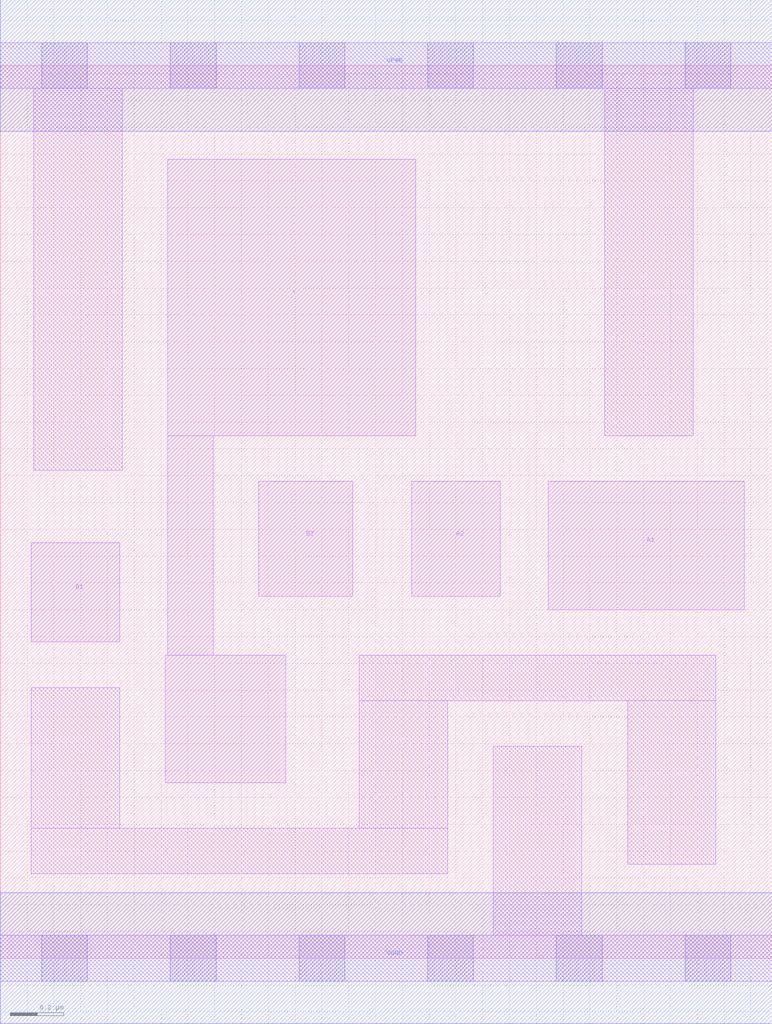
<source format=lef>
# Copyright 2020 The SkyWater PDK Authors
#
# Licensed under the Apache License, Version 2.0 (the "License");
# you may not use this file except in compliance with the License.
# You may obtain a copy of the License at
#
#     https://www.apache.org/licenses/LICENSE-2.0
#
# Unless required by applicable law or agreed to in writing, software
# distributed under the License is distributed on an "AS IS" BASIS,
# WITHOUT WARRANTIES OR CONDITIONS OF ANY KIND, either express or implied.
# See the License for the specific language governing permissions and
# limitations under the License.
#
# SPDX-License-Identifier: Apache-2.0

VERSION 5.7 ;
  NAMESCASESENSITIVE ON ;
  NOWIREEXTENSIONATPIN ON ;
  DIVIDERCHAR "/" ;
  BUSBITCHARS "[]" ;
UNITS
  DATABASE MICRONS 200 ;
END UNITS
MACRO sky130_fd_sc_ls__o22ai_1
  CLASS CORE ;
  FOREIGN sky130_fd_sc_ls__o22ai_1 ;
  ORIGIN  0.000000  0.000000 ;
  SIZE  2.880000 BY  3.330000 ;
  SYMMETRY X Y ;
  SITE unit ;
  PIN A1
    ANTENNAGATEAREA  0.279000 ;
    DIRECTION INPUT ;
    USE SIGNAL ;
    PORT
      LAYER li1 ;
        RECT 2.045000 1.300000 2.775000 1.780000 ;
    END
  END A1
  PIN A2
    ANTENNAGATEAREA  0.279000 ;
    DIRECTION INPUT ;
    USE SIGNAL ;
    PORT
      LAYER li1 ;
        RECT 1.535000 1.350000 1.865000 1.780000 ;
    END
  END A2
  PIN B1
    ANTENNAGATEAREA  0.279000 ;
    DIRECTION INPUT ;
    USE SIGNAL ;
    PORT
      LAYER li1 ;
        RECT 0.115000 1.180000 0.445000 1.550000 ;
    END
  END B1
  PIN B2
    ANTENNAGATEAREA  0.279000 ;
    DIRECTION INPUT ;
    USE SIGNAL ;
    PORT
      LAYER li1 ;
        RECT 0.965000 1.350000 1.315000 1.780000 ;
    END
  END B2
  PIN Y
    ANTENNADIFFAREA  0.895900 ;
    DIRECTION OUTPUT ;
    USE SIGNAL ;
    PORT
      LAYER li1 ;
        RECT 0.615000 0.655000 1.065000 1.130000 ;
        RECT 0.625000 1.130000 0.795000 1.950000 ;
        RECT 0.625000 1.950000 1.550000 2.980000 ;
    END
  END Y
  PIN VGND
    DIRECTION INOUT ;
    SHAPE ABUTMENT ;
    USE GROUND ;
    PORT
      LAYER met1 ;
        RECT 0.000000 -0.245000 2.880000 0.245000 ;
    END
  END VGND
  PIN VPWR
    DIRECTION INOUT ;
    SHAPE ABUTMENT ;
    USE POWER ;
    PORT
      LAYER met1 ;
        RECT 0.000000 3.085000 2.880000 3.575000 ;
    END
  END VPWR
  OBS
    LAYER li1 ;
      RECT 0.000000 -0.085000 2.880000 0.085000 ;
      RECT 0.000000  3.245000 2.880000 3.415000 ;
      RECT 0.115000  0.315000 1.670000 0.485000 ;
      RECT 0.115000  0.485000 0.445000 1.010000 ;
      RECT 0.125000  1.820000 0.455000 3.245000 ;
      RECT 1.340000  0.485000 1.670000 0.960000 ;
      RECT 1.340000  0.960000 2.670000 1.130000 ;
      RECT 1.840000  0.085000 2.170000 0.790000 ;
      RECT 2.255000  1.950000 2.585000 3.245000 ;
      RECT 2.340000  0.350000 2.670000 0.960000 ;
    LAYER mcon ;
      RECT 0.155000 -0.085000 0.325000 0.085000 ;
      RECT 0.155000  3.245000 0.325000 3.415000 ;
      RECT 0.635000 -0.085000 0.805000 0.085000 ;
      RECT 0.635000  3.245000 0.805000 3.415000 ;
      RECT 1.115000 -0.085000 1.285000 0.085000 ;
      RECT 1.115000  3.245000 1.285000 3.415000 ;
      RECT 1.595000 -0.085000 1.765000 0.085000 ;
      RECT 1.595000  3.245000 1.765000 3.415000 ;
      RECT 2.075000 -0.085000 2.245000 0.085000 ;
      RECT 2.075000  3.245000 2.245000 3.415000 ;
      RECT 2.555000 -0.085000 2.725000 0.085000 ;
      RECT 2.555000  3.245000 2.725000 3.415000 ;
  END
END sky130_fd_sc_ls__o22ai_1
END LIBRARY

</source>
